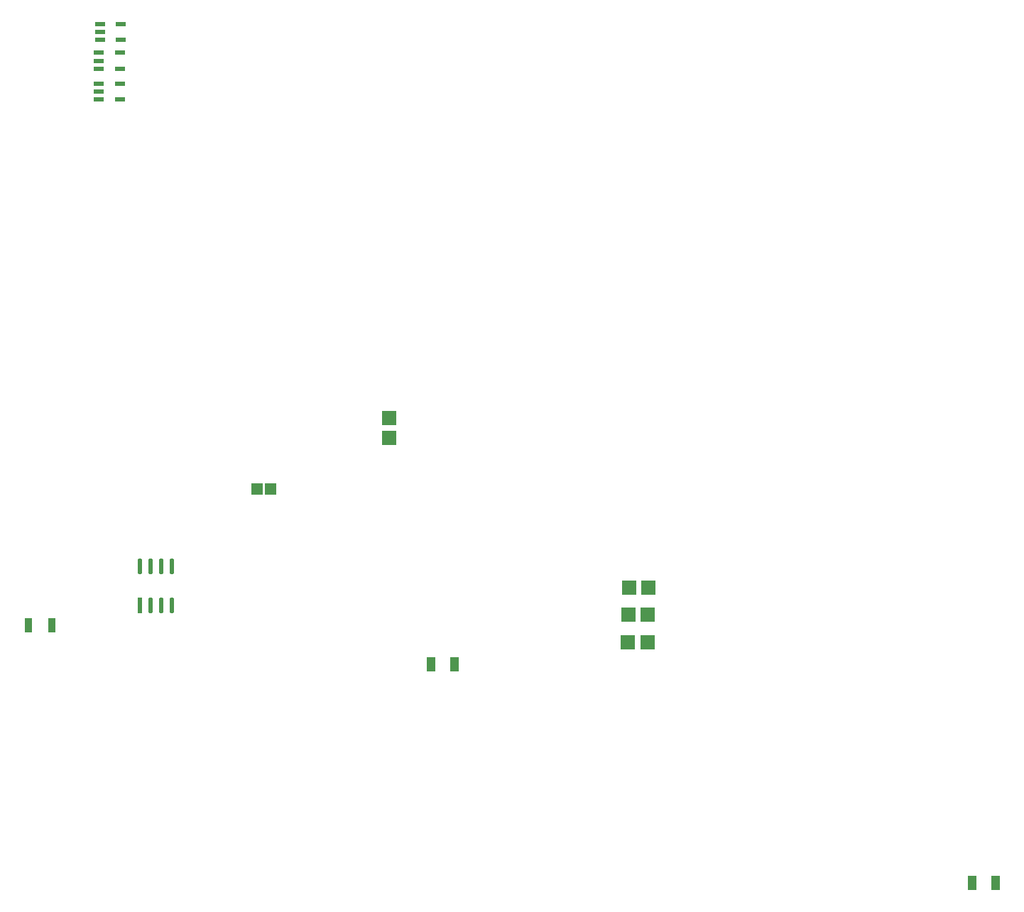
<source format=gtp>
G04*
G04 #@! TF.GenerationSoftware,Altium Limited,Altium Designer,21.2.2 (38)*
G04*
G04 Layer_Color=8421504*
%FSLAX25Y25*%
%MOIN*%
G70*
G04*
G04 #@! TF.SameCoordinates,0CC3C9D5-6B2F-423D-8AA3-22EEB0D6369A*
G04*
G04*
G04 #@! TF.FilePolarity,Positive*
G04*
G01*
G75*
%ADD16R,0.04213X0.07165*%
%ADD17R,0.04724X0.02362*%
%ADD18R,0.06905X0.07111*%
G04:AMPARAMS|DCode=19|XSize=73.78mil|YSize=21.34mil|CornerRadius=10.67mil|HoleSize=0mil|Usage=FLASHONLY|Rotation=90.000|XOffset=0mil|YOffset=0mil|HoleType=Round|Shape=RoundedRectangle|*
%AMROUNDEDRECTD19*
21,1,0.07378,0.00000,0,0,90.0*
21,1,0.05244,0.02134,0,0,90.0*
1,1,0.02134,0.00000,0.02622*
1,1,0.02134,0.00000,-0.02622*
1,1,0.02134,0.00000,-0.02622*
1,1,0.02134,0.00000,0.02622*
%
%ADD19ROUNDEDRECTD19*%
%ADD20R,0.02134X0.07378*%
%ADD21R,0.05315X0.05709*%
%ADD22R,0.07111X0.06905*%
%ADD23R,0.03740X0.06693*%
D16*
X521067Y25500D02*
D03*
X531933D02*
D03*
X277933Y128000D02*
D03*
X267067D02*
D03*
D17*
X111079Y400740D02*
D03*
Y397000D02*
D03*
Y393260D02*
D03*
X120921D02*
D03*
Y400740D02*
D03*
X111579Y428740D02*
D03*
Y425000D02*
D03*
Y421260D02*
D03*
X121421D02*
D03*
Y428740D02*
D03*
X111079Y415240D02*
D03*
Y411500D02*
D03*
Y407760D02*
D03*
X120921D02*
D03*
Y415240D02*
D03*
D18*
X359870Y164000D02*
D03*
X369130D02*
D03*
X359564Y151387D02*
D03*
X368825D02*
D03*
X359370Y138500D02*
D03*
X368630D02*
D03*
D19*
X130500Y174000D02*
D03*
X135500D02*
D03*
X140500D02*
D03*
X145500D02*
D03*
Y155763D02*
D03*
X140500D02*
D03*
X135500D02*
D03*
D20*
X130500D02*
D03*
D21*
X191748Y210500D02*
D03*
X185252D02*
D03*
D22*
X247500Y234370D02*
D03*
Y243630D02*
D03*
D23*
X89012Y146500D02*
D03*
X77988D02*
D03*
M02*

</source>
